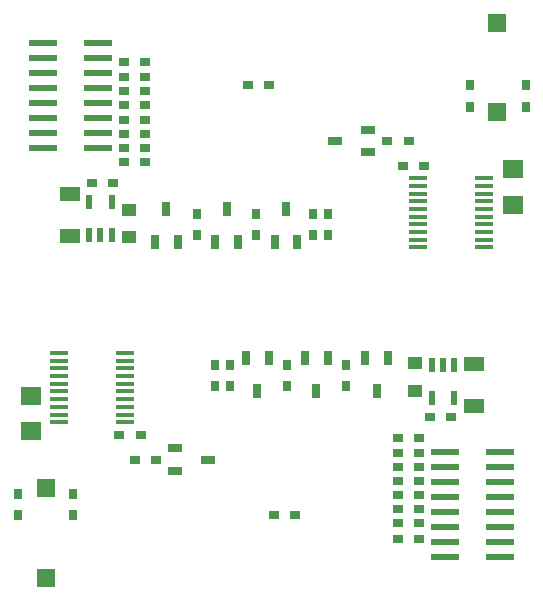
<source format=gtp>
%FSLAX34Y34*%
G04 Gerber Fmt 3.4, Leading zero omitted, Abs format*
G04 (created by PCBNEW (2014-02-28 BZR 4729)-product) date man 03 mar 2014 19:53:33 CET*
%MOIN*%
G01*
G70*
G90*
G04 APERTURE LIST*
%ADD10C,0.005906*%
%ADD11R,0.035433X0.031496*%
%ADD12R,0.050000X0.031496*%
%ADD13R,0.031496X0.050000*%
%ADD14R,0.035433X0.027559*%
%ADD15R,0.031496X0.035433*%
%ADD16R,0.062992X0.011811*%
%ADD17R,0.020000X0.050000*%
%ADD18R,0.051181X0.043307*%
%ADD19R,0.066929X0.051181*%
%ADD20R,0.093701X0.021969*%
%ADD21R,0.070866X0.059055*%
%ADD22R,0.062992X0.059055*%
G04 APERTURE END LIST*
G54D10*
G54D11*
X15118Y5944D03*
X15826Y5944D03*
X5472Y5354D03*
X4763Y5354D03*
G54D12*
X7714Y4527D03*
X6616Y4152D03*
X6616Y4902D03*
G54D13*
X9370Y6812D03*
X8995Y7911D03*
X9745Y7911D03*
X11338Y6812D03*
X10963Y7911D03*
X11713Y7911D03*
X13346Y6812D03*
X12971Y7911D03*
X13721Y7911D03*
G54D11*
X14055Y5236D03*
G54D14*
X14763Y5236D03*
G54D11*
X14055Y4763D03*
X14763Y4763D03*
X14055Y4291D03*
X14763Y4291D03*
X14055Y3818D03*
X14763Y3818D03*
X14055Y3346D03*
X14763Y3346D03*
X14055Y2874D03*
X14763Y2874D03*
X14055Y2401D03*
X14763Y2401D03*
X14055Y1889D03*
X14763Y1889D03*
X5275Y4527D03*
X5984Y4527D03*
G54D15*
X8464Y7677D03*
X8464Y6968D03*
X10354Y6968D03*
X10354Y7677D03*
X12322Y6968D03*
X12322Y7677D03*
X1377Y2677D03*
X1377Y3385D03*
G54D16*
X4960Y5777D03*
X4960Y6033D03*
X4960Y6289D03*
X4960Y6545D03*
X4960Y6801D03*
X4960Y7057D03*
X4960Y7312D03*
X4960Y7568D03*
X4960Y7824D03*
X4960Y8080D03*
X2755Y8080D03*
X2755Y7824D03*
X2755Y7568D03*
X2755Y7312D03*
X2755Y7057D03*
X2755Y6801D03*
X2755Y6545D03*
X2755Y6289D03*
X2755Y6033D03*
X2755Y5777D03*
G54D17*
X15926Y7675D03*
X15176Y7675D03*
X15926Y6576D03*
X15551Y7675D03*
X15176Y6576D03*
G54D18*
X14606Y6830D03*
X14606Y7736D03*
G54D19*
X16574Y6309D03*
X16574Y7706D03*
G54D11*
X10629Y2677D03*
X9921Y2677D03*
G54D15*
X7952Y6968D03*
X7952Y7677D03*
G54D20*
X15620Y4781D03*
X15620Y4281D03*
X15620Y3781D03*
X15620Y3281D03*
X15620Y2781D03*
X15620Y2281D03*
X15620Y1781D03*
X15620Y1281D03*
X17450Y1281D03*
X17450Y1781D03*
X17450Y2281D03*
X17450Y2781D03*
X17450Y3281D03*
X17450Y3781D03*
X17450Y4281D03*
X17450Y4781D03*
G54D21*
X1811Y5472D03*
X1811Y6653D03*
G54D15*
X3228Y3385D03*
X3228Y2677D03*
G54D22*
X2322Y590D03*
X2322Y3582D03*
G54D11*
X4566Y13740D03*
X3858Y13740D03*
X14212Y14330D03*
X14921Y14330D03*
G54D12*
X11970Y15157D03*
X13068Y15532D03*
X13068Y14782D03*
G54D13*
X10314Y12872D03*
X10689Y11773D03*
X9939Y11773D03*
X8346Y12872D03*
X8721Y11773D03*
X7971Y11773D03*
X6338Y12872D03*
X6713Y11773D03*
X5963Y11773D03*
G54D11*
X5629Y14448D03*
G54D14*
X4921Y14448D03*
G54D11*
X5629Y14921D03*
X4921Y14921D03*
X5629Y15393D03*
X4921Y15393D03*
X5629Y15866D03*
X4921Y15866D03*
X5629Y16338D03*
X4921Y16338D03*
X5629Y16811D03*
X4921Y16811D03*
X5629Y17283D03*
X4921Y17283D03*
X5629Y17795D03*
X4921Y17795D03*
X14409Y15157D03*
X13700Y15157D03*
G54D15*
X11220Y12007D03*
X11220Y12716D03*
X9330Y12716D03*
X9330Y12007D03*
X7362Y12716D03*
X7362Y12007D03*
X18307Y17007D03*
X18307Y16299D03*
G54D16*
X14724Y13907D03*
X14724Y13651D03*
X14724Y13395D03*
X14724Y13139D03*
X14724Y12883D03*
X14724Y12627D03*
X14724Y12372D03*
X14724Y12116D03*
X14724Y11860D03*
X14724Y11604D03*
X16929Y11604D03*
X16929Y11860D03*
X16929Y12116D03*
X16929Y12372D03*
X16929Y12627D03*
X16929Y12883D03*
X16929Y13139D03*
X16929Y13395D03*
X16929Y13651D03*
X16929Y13907D03*
G54D17*
X3758Y12009D03*
X4508Y12009D03*
X3758Y13108D03*
X4133Y12009D03*
X4508Y13108D03*
G54D18*
X5078Y12854D03*
X5078Y11948D03*
G54D19*
X3110Y13375D03*
X3110Y11978D03*
G54D11*
X9055Y17007D03*
X9763Y17007D03*
G54D15*
X11732Y12716D03*
X11732Y12007D03*
G54D20*
X4064Y14903D03*
X4064Y15403D03*
X4064Y15903D03*
X4064Y16403D03*
X4064Y16903D03*
X4064Y17403D03*
X4064Y17903D03*
X4064Y18403D03*
X2234Y18403D03*
X2234Y17903D03*
X2234Y17403D03*
X2234Y16903D03*
X2234Y16403D03*
X2234Y15903D03*
X2234Y15403D03*
X2234Y14903D03*
G54D21*
X17874Y14212D03*
X17874Y13031D03*
G54D15*
X16456Y16299D03*
X16456Y17007D03*
G54D22*
X17362Y19094D03*
X17362Y16102D03*
M02*

</source>
